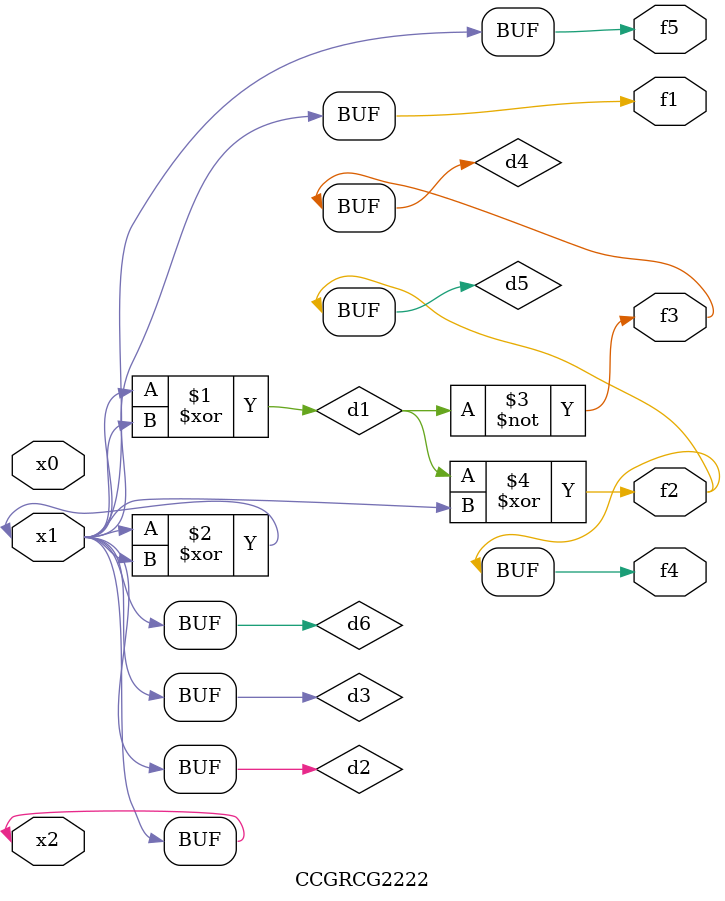
<source format=v>
module CCGRCG2222(
	input x0, x1, x2,
	output f1, f2, f3, f4, f5
);

	wire d1, d2, d3, d4, d5, d6;

	xor (d1, x1, x2);
	buf (d2, x1, x2);
	xor (d3, x1, x2);
	nor (d4, d1);
	xor (d5, d1, d2);
	buf (d6, d2, d3);
	assign f1 = d6;
	assign f2 = d5;
	assign f3 = d4;
	assign f4 = d5;
	assign f5 = d6;
endmodule

</source>
